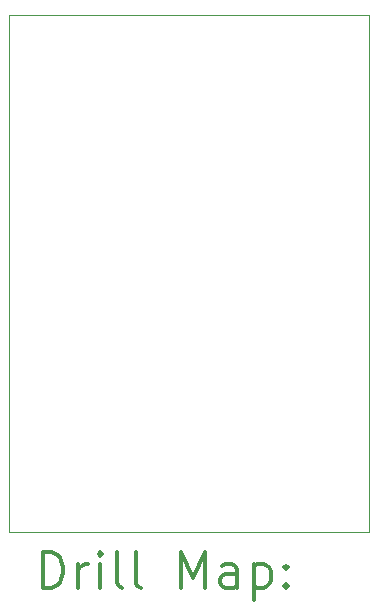
<source format=gbr>
%FSLAX45Y45*%
G04 Gerber Fmt 4.5, Leading zero omitted, Abs format (unit mm)*
G04 Created by KiCad (PCBNEW (5.1.0)-1) date 2019-07-08 11:07:24*
%MOMM*%
%LPD*%
G04 APERTURE LIST*
%ADD10C,0.050000*%
%ADD11C,0.200000*%
%ADD12C,0.300000*%
G04 APERTURE END LIST*
D10*
X12700000Y-8953500D02*
X12700000Y-13335000D01*
X15748000Y-8953500D02*
X12700000Y-8953500D01*
X15748000Y-13335000D02*
X15748000Y-8953500D01*
X12700000Y-13335000D02*
X15748000Y-13335000D01*
D11*
D12*
X12983928Y-13803214D02*
X12983928Y-13503214D01*
X13055357Y-13503214D01*
X13098214Y-13517500D01*
X13126786Y-13546071D01*
X13141071Y-13574643D01*
X13155357Y-13631786D01*
X13155357Y-13674643D01*
X13141071Y-13731786D01*
X13126786Y-13760357D01*
X13098214Y-13788929D01*
X13055357Y-13803214D01*
X12983928Y-13803214D01*
X13283928Y-13803214D02*
X13283928Y-13603214D01*
X13283928Y-13660357D02*
X13298214Y-13631786D01*
X13312500Y-13617500D01*
X13341071Y-13603214D01*
X13369643Y-13603214D01*
X13469643Y-13803214D02*
X13469643Y-13603214D01*
X13469643Y-13503214D02*
X13455357Y-13517500D01*
X13469643Y-13531786D01*
X13483928Y-13517500D01*
X13469643Y-13503214D01*
X13469643Y-13531786D01*
X13655357Y-13803214D02*
X13626786Y-13788929D01*
X13612500Y-13760357D01*
X13612500Y-13503214D01*
X13812500Y-13803214D02*
X13783928Y-13788929D01*
X13769643Y-13760357D01*
X13769643Y-13503214D01*
X14155357Y-13803214D02*
X14155357Y-13503214D01*
X14255357Y-13717500D01*
X14355357Y-13503214D01*
X14355357Y-13803214D01*
X14626786Y-13803214D02*
X14626786Y-13646071D01*
X14612500Y-13617500D01*
X14583928Y-13603214D01*
X14526786Y-13603214D01*
X14498214Y-13617500D01*
X14626786Y-13788929D02*
X14598214Y-13803214D01*
X14526786Y-13803214D01*
X14498214Y-13788929D01*
X14483928Y-13760357D01*
X14483928Y-13731786D01*
X14498214Y-13703214D01*
X14526786Y-13688929D01*
X14598214Y-13688929D01*
X14626786Y-13674643D01*
X14769643Y-13603214D02*
X14769643Y-13903214D01*
X14769643Y-13617500D02*
X14798214Y-13603214D01*
X14855357Y-13603214D01*
X14883928Y-13617500D01*
X14898214Y-13631786D01*
X14912500Y-13660357D01*
X14912500Y-13746071D01*
X14898214Y-13774643D01*
X14883928Y-13788929D01*
X14855357Y-13803214D01*
X14798214Y-13803214D01*
X14769643Y-13788929D01*
X15041071Y-13774643D02*
X15055357Y-13788929D01*
X15041071Y-13803214D01*
X15026786Y-13788929D01*
X15041071Y-13774643D01*
X15041071Y-13803214D01*
X15041071Y-13617500D02*
X15055357Y-13631786D01*
X15041071Y-13646071D01*
X15026786Y-13631786D01*
X15041071Y-13617500D01*
X15041071Y-13646071D01*
M02*

</source>
